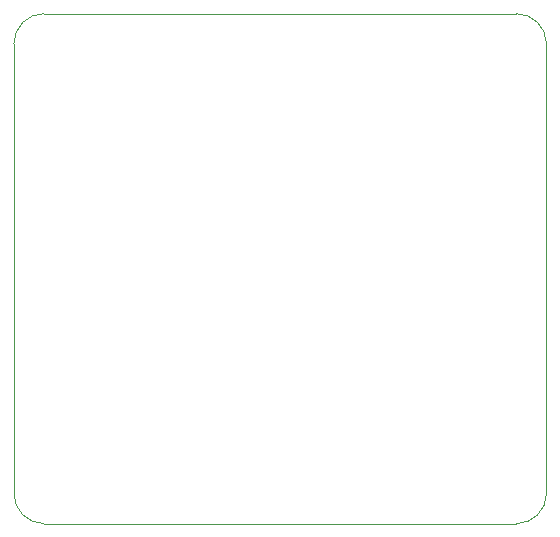
<source format=gm1>
G04 #@! TF.GenerationSoftware,KiCad,Pcbnew,(6.0.7-1)-1*
G04 #@! TF.CreationDate,2023-01-09T18:43:15-05:00*
G04 #@! TF.ProjectId,DebugBoard,44656275-6742-46f6-9172-642e6b696361,rev?*
G04 #@! TF.SameCoordinates,Original*
G04 #@! TF.FileFunction,Profile,NP*
%FSLAX46Y46*%
G04 Gerber Fmt 4.6, Leading zero omitted, Abs format (unit mm)*
G04 Created by KiCad (PCBNEW (6.0.7-1)-1) date 2023-01-09 18:43:15*
%MOMM*%
%LPD*%
G01*
G04 APERTURE LIST*
G04 #@! TA.AperFunction,Profile*
%ADD10C,0.100000*%
G04 #@! TD*
G04 APERTURE END LIST*
D10*
X97790000Y-114300000D02*
X97790000Y-76200000D01*
X100330000Y-73660000D02*
G75*
G03*
X97790000Y-76200000I0J-2540000D01*
G01*
X142875000Y-76200000D02*
G75*
G03*
X140335000Y-73660000I-2540000J0D01*
G01*
X100330000Y-73660000D02*
X140335000Y-73660000D01*
X140335000Y-116840000D02*
G75*
G03*
X142875000Y-114300000I0J2540000D01*
G01*
X97790000Y-114300000D02*
G75*
G03*
X100330000Y-116840000I2540000J0D01*
G01*
X142875000Y-76200000D02*
X142875000Y-114300000D01*
X140335000Y-116840000D02*
X100330000Y-116840000D01*
M02*

</source>
